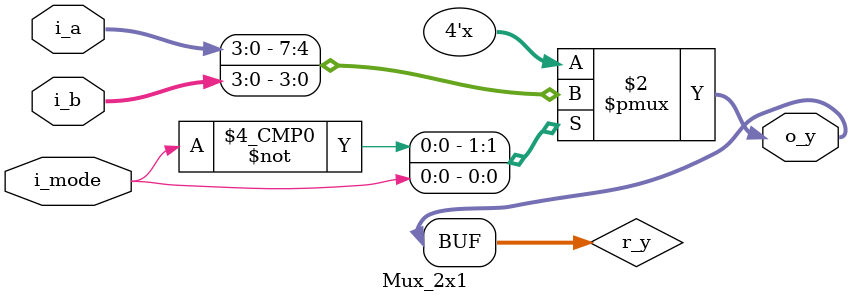
<source format=v>
`timescale 1ns / 1ps


module Mux_2x1(
    input [3:0] i_a, i_b,
    input i_mode,
    output [3:0] o_y
    );

    reg [3:0] r_y;
    assign o_y = r_y;

    always @(*) begin
        case (i_mode)
            1'b0 : r_y <= i_a;
            1'b1 : r_y <= i_b; 
        endcase
    end
endmodule

</source>
